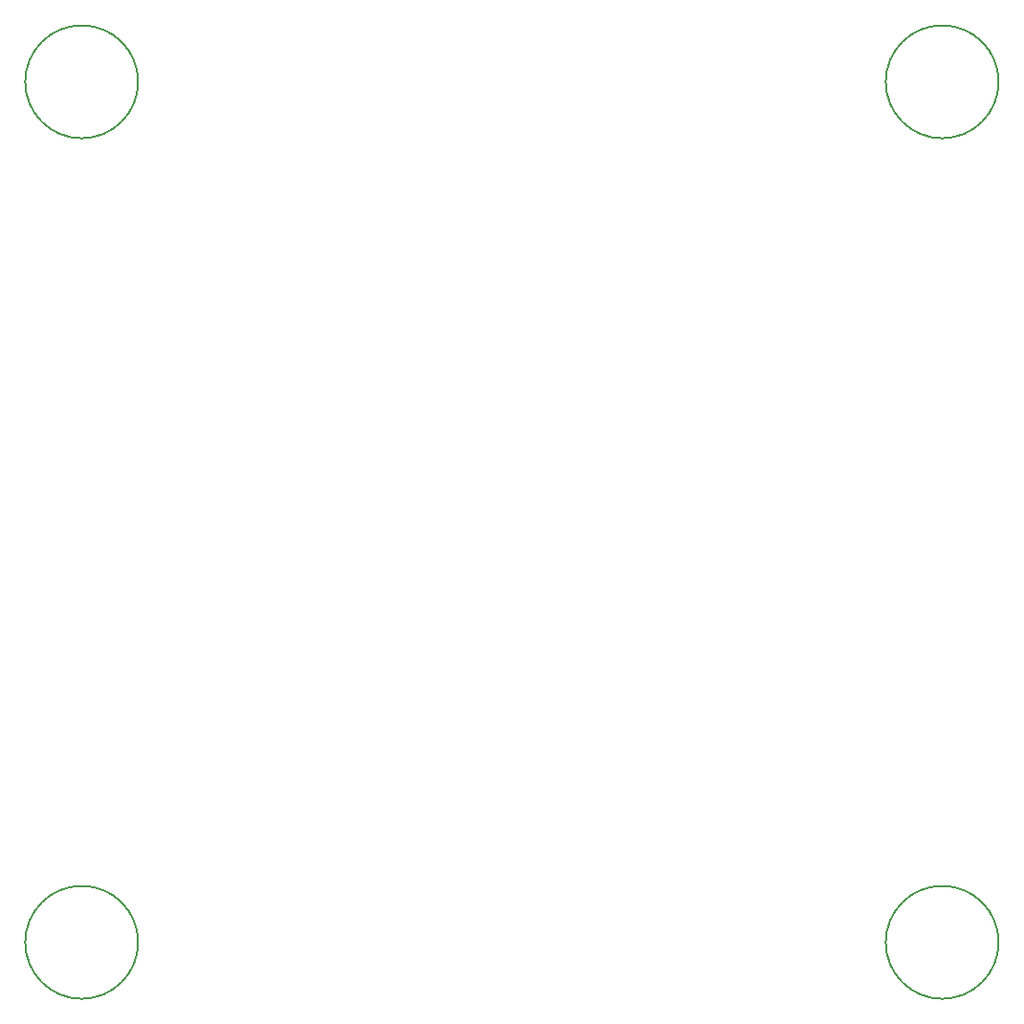
<source format=gbr>
%TF.GenerationSoftware,KiCad,Pcbnew,9.0.0-rc1*%
%TF.CreationDate,2025-01-08T18:27:09+01:00*%
%TF.ProjectId,HBST,48425354-2e6b-4696-9361-645f70636258,rev?*%
%TF.SameCoordinates,Original*%
%TF.FileFunction,Other,Comment*%
%FSLAX46Y46*%
G04 Gerber Fmt 4.6, Leading zero omitted, Abs format (unit mm)*
G04 Created by KiCad (PCBNEW 9.0.0-rc1) date 2025-01-08 18:27:09*
%MOMM*%
%LPD*%
G01*
G04 APERTURE LIST*
%ADD10C,0.150000*%
G04 APERTURE END LIST*
D10*
%TO.C,H1*%
X116400000Y-61400000D02*
G75*
G02*
X106400000Y-61400000I-5000000J0D01*
G01*
X106400000Y-61400000D02*
G75*
G02*
X116400000Y-61400000I5000000J0D01*
G01*
%TO.C,H2*%
X116400000Y-137600000D02*
G75*
G02*
X106400000Y-137600000I-5000000J0D01*
G01*
X106400000Y-137600000D02*
G75*
G02*
X116400000Y-137600000I5000000J0D01*
G01*
%TO.C,H3*%
X192600000Y-137600000D02*
G75*
G02*
X182600000Y-137600000I-5000000J0D01*
G01*
X182600000Y-137600000D02*
G75*
G02*
X192600000Y-137600000I5000000J0D01*
G01*
%TO.C,H4*%
X192600000Y-61400000D02*
G75*
G02*
X182600000Y-61400000I-5000000J0D01*
G01*
X182600000Y-61400000D02*
G75*
G02*
X192600000Y-61400000I5000000J0D01*
G01*
%TD*%
M02*

</source>
